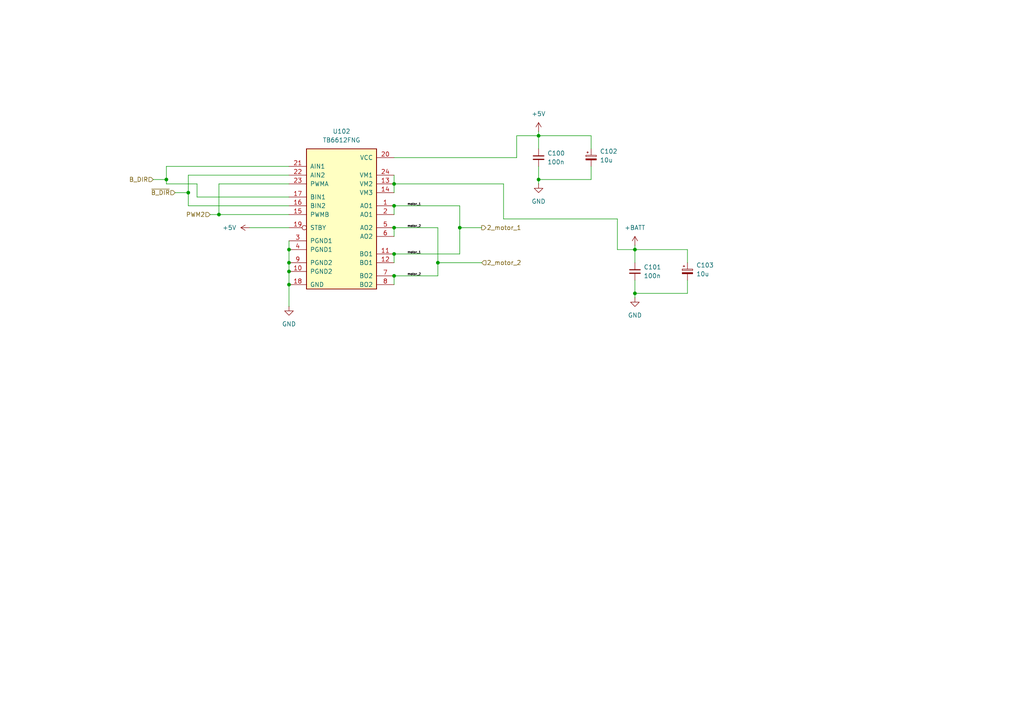
<source format=kicad_sch>
(kicad_sch (version 20250114) (generator "eeschema") (generator_version "9.0")
  (paper "A4")
  (lib_symbols
    (symbol "Device:C_Polarized_Small" (pin_numbers (hide yes)) (pin_names (offset 0.254) (hide yes))
      (property "Reference" "C" (at 0.254 1.778 0))
      (property "Value" "C_Polarized_Small" (at 0.254 -2.032 0))
      (symbol "C_Polarized_Small_0_1"
        (rectangle (start -1.524 0.6858) (end 1.524 0.3048))
        (rectangle (start -1.524 -0.3048) (end 1.524 -0.6858) (fill (type outline)))
        (polyline (pts (xy -1.27 1.524) (xy -0.762 1.524)))
        (polyline (pts (xy -1.016 1.27) (xy -1.016 1.778)))
      )
      (symbol "C_Polarized_Small_1_1"
        (pin passive line (at 0 2.54 270) (length 1.8542) (name "~") (number "1"))
        (pin passive line (at 0 -2.54 90) (length 1.8542) (name "~") (number "2"))
      )
    )
    (symbol "Device:C_Small" (pin_numbers (hide yes)) (pin_names (offset 0.254) (hide yes))
      (property "Reference" "C" (at 0.254 1.778 0))
      (property "Value" "C_Small" (at 0.254 -2.032 0))
      (symbol "C_Small_0_1"
        (polyline (pts (xy -1.524 0.508) (xy 1.524 0.508)) (stroke (width 0.3048)))
        (polyline (pts (xy -1.524 -0.508) (xy 1.524 -0.508)) (stroke (width 0.3302)))
      )
      (symbol "C_Small_1_1"
        (pin passive line (at 0 2.54 270) (length 2.032) (name "~") (number "1"))
        (pin passive line (at 0 -2.54 90) (length 2.032) (name "~") (number "2"))
      )
    )
    (symbol "Driver_Motor:TB6612FNG" (pin_names (offset 1.016))
      (property "Reference" "U" (at 11.43 17.78 0))
      (property "Value" "TB6612FNG" (at 11.43 15.24 0))
      (symbol "TB6612FNG_0_1"
        (rectangle (start -10.16 20.32) (end 10.16 -20.32) (stroke (width 0.254)) (fill (type background)))
      )
      (symbol "TB6612FNG_1_1"
        (pin input line (at -15.24 15.24 0) (length 5.08) (name "AIN1") (number "21"))
        (pin input line (at -15.24 12.7 0) (length 5.08) (name "AIN2") (number "22"))
        (pin input line (at -15.24 10.16 0) (length 5.08) (name "PWMA") (number "23"))
        (pin input line (at -15.24 6.35 0) (length 5.08) (name "BIN1") (number "17"))
        (pin input line (at -15.24 3.81 0) (length 5.08) (name "BIN2") (number "16"))
        (pin input line (at -15.24 1.27 0) (length 5.08) (name "PWMB") (number "15"))
        (pin input inverted (at -15.24 -2.54 0) (length 5.08) (name "STBY") (number "19"))
        (pin power_in line (at -15.24 -6.35 0) (length 5.08) (name "PGND1") (number "3"))
        (pin power_in line (at -15.24 -8.89 0) (length 5.08) (name "PGND1") (number "4"))
        (pin power_in line (at -15.24 -12.7 0) (length 5.08) (name "PGND2") (number "9"))
        (pin power_in line (at -15.24 -15.24 0) (length 5.08) (name "PGND2") (number "10"))
        (pin power_in line (at -15.24 -19.05 0) (length 5.08) (name "GND") (number "18"))
        (pin power_in line (at 15.24 17.78 180) (length 5.08) (name "VCC") (number "20"))
        (pin power_in line (at 15.24 12.7 180) (length 5.08) (name "VM1") (number "24"))
        (pin power_in line (at 15.24 10.16 180) (length 5.08) (name "VM2") (number "13"))
        (pin power_in line (at 15.24 7.62 180) (length 5.08) (name "VM3") (number "14"))
        (pin output line (at 15.24 3.81 180) (length 5.08) (name "AO1") (number "1"))
        (pin output line (at 15.24 1.27 180) (length 5.08) (name "AO1") (number "2"))
        (pin output line (at 15.24 -2.54 180) (length 5.08) (name "AO2") (number "5"))
        (pin output line (at 15.24 -5.08 180) (length 5.08) (name "AO2") (number "6"))
        (pin output line (at 15.24 -10.16 180) (length 5.08) (name "BO1") (number "11"))
        (pin output line (at 15.24 -12.7 180) (length 5.08) (name "BO1") (number "12"))
        (pin output line (at 15.24 -16.51 180) (length 5.08) (name "BO2") (number "7"))
        (pin output line (at 15.24 -19.05 180) (length 5.08) (name "BO2") (number "8"))
      )
    )
    (symbol "power:+5V" (power) (pin_numbers (hide yes)) (pin_names (offset 0) (hide yes))
      (property "Value" "+5V" (at 0 3.556 0))
      (symbol "+5V_0_1"
        (polyline (pts (xy -0.762 1.27) (xy 0 2.54)))
        (polyline (pts (xy 0 2.54) (xy 0.762 1.27)))
        (polyline (pts (xy 0 0) (xy 0 2.54)))
      )
      (symbol "+5V_1_1"
        (pin power_in line (at 0 0 90) (length 0) (name "~") (number "1"))
      )
    )
    (symbol "power:+BATT" (power) (pin_numbers (hide yes)) (pin_names (offset 0) (hide yes))
      (property "Value" "+BATT" (at 0 3.556 0))
      (symbol "+BATT_0_1"
        (polyline (pts (xy -0.762 1.27) (xy 0 2.54)))
        (polyline (pts (xy 0 2.54) (xy 0.762 1.27)))
        (polyline (pts (xy 0 0) (xy 0 2.54)))
      )
      (symbol "+BATT_1_1"
        (pin power_in line (at 0 0 90) (length 0) (name "~") (number "1"))
      )
    )
    (symbol "power:GND" (power) (pin_numbers (hide yes)) (pin_names (offset 0) (hide yes))
      (property "Value" "GND" (at 0 -3.81 0))
      (symbol "GND_0_1"
        (polyline (pts (xy 0 0) (xy 0 -1.27) (xy 1.27 -1.27) (xy 0 -2.54) (xy -1.27 -1.27) (xy 0 -1.27)))
      )
      (symbol "GND_1_1"
        (pin power_in line (at 0 0 270) (length 0) (name "~") (number "1"))
      )
    )
  )
  (junction (at 127 76.2))
  (junction (at 114.3 59.69))
  (junction (at 83.82 82.55))
  (junction (at 54.61 55.88))
  (junction (at 83.82 72.39))
  (junction (at 48.26 52.07))
  (junction (at 83.82 78.74))
  (junction (at 156.21 39.37))
  (junction (at 83.82 76.2))
  (junction (at 114.3 53.34))
  (junction (at 184.15 85.09))
  (junction (at 133.35 66.04))
  (junction (at 63.5 62.23))
  (junction (at 156.21 52.07))
  (junction (at 114.3 80.01))
  (junction (at 184.15 72.39))
  (junction (at 114.3 73.66))
  (junction (at 114.3 66.04))
  (wire (pts (xy 184.15 85.09) (xy 184.15 86.36)))
  (wire (pts (xy 63.5 53.34) (xy 63.5 62.23)))
  (wire (pts (xy 199.39 72.39) (xy 199.39 76.2)))
  (wire (pts (xy 63.5 53.34) (xy 83.82 53.34)))
  (wire (pts (xy 63.5 62.23) (xy 83.82 62.23)))
  (wire (pts (xy 72.39 66.04) (xy 83.82 66.04)))
  (wire (pts (xy 199.39 81.28) (xy 199.39 85.09)))
  (wire (pts (xy 57.15 57.15) (xy 83.82 57.15)))
  (wire (pts (xy 156.21 52.07) (xy 156.21 53.34)))
  (wire (pts (xy 156.21 48.26) (xy 156.21 52.07)))
  (wire (pts (xy 114.3 80.01) (xy 114.3 82.55)))
  (wire (pts (xy 48.26 48.26) (xy 83.82 48.26)))
  (wire (pts (xy 184.15 76.2) (xy 184.15 72.39)))
  (wire (pts (xy 171.45 48.26) (xy 171.45 52.07)))
  (wire (pts (xy 171.45 39.37) (xy 171.45 43.18)))
  (wire (pts (xy 171.45 52.07) (xy 156.21 52.07)))
  (wire (pts (xy 57.15 53.34) (xy 48.26 53.34)))
  (wire (pts (xy 133.35 73.66) (xy 133.35 66.04)))
  (wire (pts (xy 48.26 53.34) (xy 48.26 52.07)))
  (wire (pts (xy 83.82 82.55) (xy 83.82 88.9)))
  (wire (pts (xy 156.21 43.18) (xy 156.21 39.37)))
  (wire (pts (xy 156.21 38.1) (xy 156.21 39.37)))
  (wire (pts (xy 156.21 39.37) (xy 171.45 39.37)))
  (wire (pts (xy 179.07 72.39) (xy 184.15 72.39)))
  (wire (pts (xy 54.61 59.69) (xy 83.82 59.69)))
  (wire (pts (xy 50.8 55.88) (xy 54.61 55.88)))
  (wire (pts (xy 48.26 52.07) (xy 48.26 48.26)))
  (wire (pts (xy 133.35 66.04) (xy 133.35 59.69)))
  (wire (pts (xy 114.3 80.01) (xy 127 80.01)))
  (wire (pts (xy 114.3 73.66) (xy 114.3 76.2)))
  (wire (pts (xy 114.3 66.04) (xy 114.3 68.58)))
  (wire (pts (xy 149.86 45.72) (xy 149.86 39.37)))
  (wire (pts (xy 133.35 66.04) (xy 139.7 66.04)))
  (wire (pts (xy 184.15 71.12) (xy 184.15 72.39)))
  (wire (pts (xy 184.15 81.28) (xy 184.15 85.09)))
  (wire (pts (xy 114.3 53.34) (xy 114.3 55.88)))
  (wire (pts (xy 83.82 72.39) (xy 83.82 76.2)))
  (wire (pts (xy 199.39 85.09) (xy 184.15 85.09)))
  (wire (pts (xy 114.3 73.66) (xy 133.35 73.66)))
  (wire (pts (xy 83.82 69.85) (xy 83.82 72.39)))
  (wire (pts (xy 83.82 78.74) (xy 83.82 82.55)))
  (wire (pts (xy 146.05 53.34) (xy 146.05 63.5)))
  (wire (pts (xy 114.3 59.69) (xy 133.35 59.69)))
  (wire (pts (xy 60.96 62.23) (xy 63.5 62.23)))
  (wire (pts (xy 44.45 52.07) (xy 48.26 52.07)))
  (wire (pts (xy 146.05 63.5) (xy 179.07 63.5)))
  (wire (pts (xy 83.82 76.2) (xy 83.82 78.74)))
  (wire (pts (xy 114.3 50.8) (xy 114.3 53.34)))
  (wire (pts (xy 114.3 53.34) (xy 146.05 53.34)))
  (wire (pts (xy 57.15 57.15) (xy 57.15 53.34)))
  (wire (pts (xy 127 76.2) (xy 127 80.01)))
  (wire (pts (xy 114.3 66.04) (xy 127 66.04)))
  (wire (pts (xy 54.61 55.88) (xy 54.61 50.8)))
  (wire (pts (xy 149.86 39.37) (xy 156.21 39.37)))
  (wire (pts (xy 127 76.2) (xy 139.7 76.2)))
  (wire (pts (xy 54.61 50.8) (xy 83.82 50.8)))
  (wire (pts (xy 179.07 63.5) (xy 179.07 72.39)))
  (wire (pts (xy 54.61 55.88) (xy 54.61 59.69)))
  (wire (pts (xy 114.3 59.69) (xy 114.3 62.23)))
  (wire (pts (xy 114.3 45.72) (xy 149.86 45.72)))
  (wire (pts (xy 127 66.04) (xy 127 76.2)))
  (wire (pts (xy 184.15 72.39) (xy 199.39 72.39)))
  (label "motor_1" (at 118.11 59.69 0) (effects (font (size 0.635 0.635))))
  (label "motor_1" (at 118.11 73.66 0) (effects (font (size 0.635 0.635))))
  (label "motor_2" (at 118.11 66.04 0) (effects (font (size 0.635 0.635))))
  (label "motor_2" (at 118.11 80.01 0) (effects (font (size 0.635 0.635))))
  (hierarchical_label "2_motor_2" (shape input) (at 139.7 76.2 0))
  (hierarchical_label "~{B_DIR}" (shape input) (at 50.8 55.88 180))
  (hierarchical_label "B_DIR" (shape input) (at 44.45 52.07 180))
  (hierarchical_label "2_motor_1" (shape output) (at 139.7 66.04 0))
  (hierarchical_label "PWM2" (shape input) (at 60.96 62.23 180))
  (symbol (lib_id "Device:C_Polarized_Small") (at 199.39 78.74 0) (unit 1)
    (property "Reference" "C_md2_4" (at 201.93 76.9238 0) (effects (justify left)))
    (property "Value" "10u" (at 201.93 79.4638 0) (effects (justify left)))
    (property "Footprint" "Capacitor_Tantalum_SMD:CP_EIA-3528-12_Kemet-T" (effects (hide yes)))
    (property "Description" "Polarized capacitor, small symbol" (effects (hide yes)))
    (instances (project "konar1" (path "" (reference "C103") (unit 1))) (project "konar2" (path "" (reference "C_md2_4") (unit 1))))
  )
  (symbol (lib_id "power:+BATT") (at 184.15 71.12 0) (unit 1)
    (property "Reference" "#PWR019" (effects (hide yes)))
    (property "Value" "+BATT" (at 184.15 66.04 0))
    (property "Description" "Power symbol creates a global label with name \"+BATT\"" (effects (hide yes)))
    (instances (project "konar1" (path "" (reference "#PWR0115") (unit 1))) (project "konar2" (path "" (reference "#PWR019") (unit 1))))
  )
  (symbol (lib_id "Device:C_Small") (at 184.15 78.74 0) (unit 1)
    (property "Reference" "C_md2_3" (at 186.69 77.4762 0) (effects (justify left)))
    (property "Value" "100n" (at 186.69 80.0162 0) (effects (justify left)))
    (property "Footprint" "Capacitor_SMD:C_0805_2012Metric" (effects (hide yes)))
    (property "Description" "Unpolarized capacitor, small symbol" (effects (hide yes)))
    (instances (project "konar1" (path "" (reference "C101") (unit 1))) (project "konar2" (path "" (reference "C_md2_3") (unit 1))))
  )
  (symbol (lib_id "Driver_Motor:TB6612FNG") (at 99.06 63.5 0) (unit 1)
    (property "Reference" "MOTOR_D_2" (at 99.06 38.1 0))
    (property "Value" "TB6612FNG" (at 99.06 40.64 0))
    (property "Footprint" "Package_SO:SSOP-24_5.3x8.2mm_P0.65mm" (effects (hide yes)))
    (property "Datasheet" "https://toshiba.semicon-storage.com/us/product/linear/motordriver/detail.TB6612FNG.html" (effects (hide yes)))
    (property "Description" "Driver IC for Dual DC motor, SSOP-24" (effects (hide yes)))
    (instances (project "konar1" (path "" (reference "U102") (unit 1))) (project "konar2" (path "" (reference "MOTOR_D_2") (unit 1))))
  )
  (symbol (lib_id "power:GND") (at 156.21 53.34 0) (unit 1)
    (property "Reference" "#PWR018" (effects (hide yes)))
    (property "Value" "GND" (at 156.21 58.42 0))
    (property "Description" "Power symbol creates a global label with name \"GND\" , ground" (effects (hide yes)))
    (instances (project "konar1" (path "" (reference "#PWR0114") (unit 1))) (project "konar2" (path "" (reference "#PWR018") (unit 1))))
  )
  (symbol (lib_id "Device:C_Polarized_Small") (at 171.45 45.72 0) (unit 1)
    (property "Reference" "C_md2_2" (at 173.99 43.9038 0) (effects (justify left)))
    (property "Value" "10u" (at 173.99 46.4438 0) (effects (justify left)))
    (property "Footprint" "Capacitor_Tantalum_SMD:CP_EIA-3528-12_Kemet-T" (effects (hide yes)))
    (property "Description" "Polarized capacitor, small symbol" (effects (hide yes)))
    (instances (project "konar1" (path "" (reference "C102") (unit 1))) (project "konar2" (path "" (reference "C_md2_2") (unit 1))))
  )
  (symbol (lib_id "power:+5V") (at 72.39 66.04 90) (unit 1)
    (property "Reference" "#PWR015" (effects (hide yes)))
    (property "Value" "+5V" (at 68.58 66.0399 90) (effects (justify left)))
    (property "Description" "Power symbol creates a global label with name \"+5V\"" (effects (hide yes)))
    (instances (project "konar1" (path "" (reference "#PWR0103") (unit 1))) (project "konar2" (path "" (reference "#PWR015") (unit 1))))
  )
  (symbol (lib_id "Device:C_Small") (at 156.21 45.72 0) (unit 1)
    (property "Reference" "C_md2_1" (at 158.75 44.4562 0) (effects (justify left)))
    (property "Value" "100n" (at 158.75 46.9962 0) (effects (justify left)))
    (property "Footprint" "Capacitor_SMD:C_0805_2012Metric" (effects (hide yes)))
    (property "Description" "Unpolarized capacitor, small symbol" (effects (hide yes)))
    (instances (project "konar1" (path "" (reference "C100") (unit 1))) (project "konar2" (path "" (reference "C_md2_1") (unit 1))))
  )
  (symbol (lib_id "power:+5V") (at 156.21 38.1 0) (unit 1)
    (property "Reference" "#PWR017" (effects (hide yes)))
    (property "Value" "+5V" (at 156.21 33.02 0))
    (property "Description" "Power symbol creates a global label with name \"+5V\"" (effects (hide yes)))
    (instances (project "konar1" (path "" (reference "#PWR0113") (unit 1))) (project "konar2" (path "" (reference "#PWR017") (unit 1))))
  )
  (symbol (lib_id "power:GND") (at 184.15 86.36 0) (unit 1)
    (property "Reference" "#PWR020" (effects (hide yes)))
    (property "Value" "GND" (at 184.15 91.44 0))
    (property "Description" "Power symbol creates a global label with name \"GND\" , ground" (effects (hide yes)))
    (instances (project "konar1" (path "" (reference "#PWR0118") (unit 1))) (project "konar2" (path "" (reference "#PWR020") (unit 1))))
  )
  (symbol (lib_id "power:GND") (at 83.82 88.9 0) (unit 1)
    (property "Reference" "#PWR016" (effects (hide yes)))
    (property "Value" "GND" (at 83.82 93.98 0))
    (property "Description" "Power symbol creates a global label with name \"GND\" , ground" (effects (hide yes)))
    (instances (project "konar1" (path "" (reference "#PWR0104") (unit 1))) (project "konar2" (path "" (reference "#PWR016") (unit 1))))
  )
)
</source>
